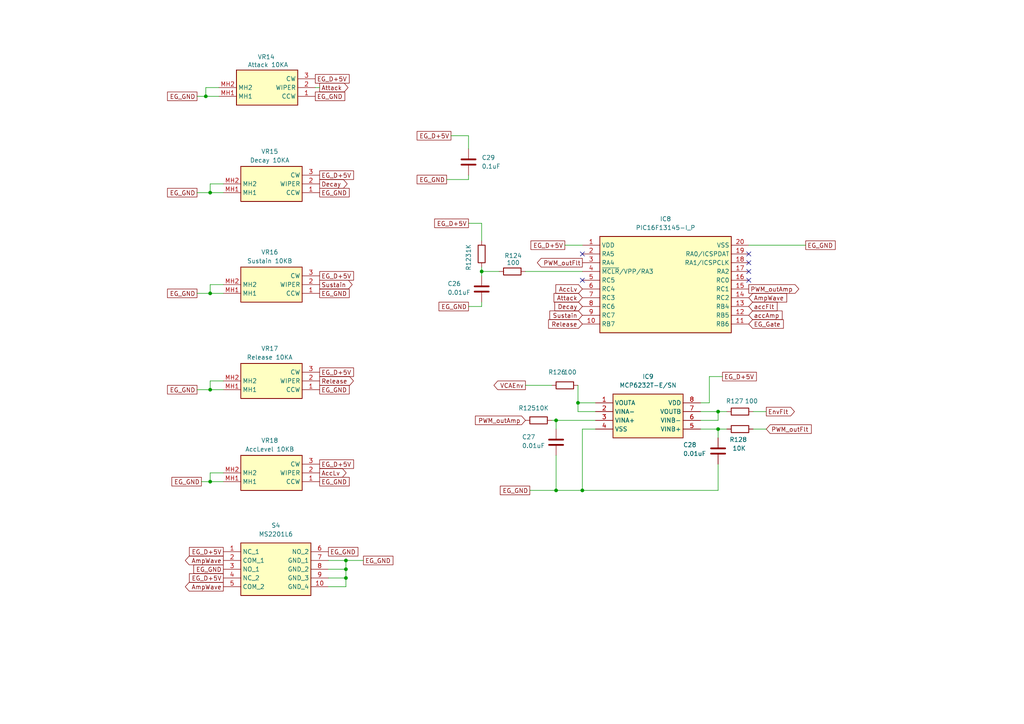
<source format=kicad_sch>
(kicad_sch (version 20250114) (generator "eeschema") (generator_version "9.0")
  (paper "A4")
  (lib_symbols
    (symbol "Device:C" (pin_numbers (hide yes)) (pin_names (offset 0.254))
      (property "Reference" "C" (at 0.635 2.54 0))
      (property "Value" "C" (at 0.635 -2.54 0))
      (symbol "C_0_1"
        (polyline (pts (xy -2.032 0.762) (xy 2.032 0.762)) (stroke (width 0.508)))
        (polyline (pts (xy -2.032 -0.762) (xy 2.032 -0.762)) (stroke (width 0.508)))
      )
      (symbol "C_1_1"
        (pin passive line (at 0 3.81 270) (length 2.794) (name "~") (number "1"))
        (pin passive line (at 0 -3.81 90) (length 2.794) (name "~") (number "2"))
      )
    )
    (symbol "Device:R" (pin_numbers (hide yes)) (pin_names (offset 0))
      (property "Reference" "R" (at 2.032 0 90))
      (property "Value" "R" (at 0 0 90))
      (symbol "R_0_1"
        (rectangle (start -1.016 -2.54) (end 1.016 2.54) (stroke (width 0.254)))
      )
      (symbol "R_1_1"
        (pin passive line (at 0 3.81 270) (length 1.27) (name "~") (number "1"))
        (pin passive line (at 0 -3.81 90) (length 1.27) (name "~") (number "2"))
      )
    )
    (symbol "SamacSys_Parts:MCP6232-E_P"
      (property "Reference" "IC" (at 26.67 7.62 0))
      (property "Value" "MCP6232-E_P" (at 26.67 5.08 0))
      (symbol "MCP6232-E_P_1_1"
        (rectangle (start 5.08 2.54) (end 25.4 -10.16) (stroke (width 0.254)) (fill (type background)))
        (pin passive line (at 0 0 0) (length 5.08) (name "VOUTA") (number "1"))
        (pin passive line (at 0 -2.54 0) (length 5.08) (name "VINA-") (number "2"))
        (pin passive line (at 0 -5.08 0) (length 5.08) (name "VINA+") (number "3"))
        (pin passive line (at 0 -7.62 0) (length 5.08) (name "VSS") (number "4"))
        (pin passive line (at 30.48 0 180) (length 5.08) (name "VDD") (number "8"))
        (pin passive line (at 30.48 -2.54 180) (length 5.08) (name "VOUTB") (number "7"))
        (pin passive line (at 30.48 -5.08 180) (length 5.08) (name "VINB-") (number "6"))
        (pin passive line (at 30.48 -7.62 180) (length 5.08) (name "VINB+") (number "5"))
      )
    )
    (symbol "SamacSys_Parts:MS2201L6"
      (property "Reference" "S" (at 26.67 7.62 0))
      (property "Value" "MS2201L6" (at 26.67 5.08 0))
      (symbol "MS2201L6_1_1"
        (rectangle (start 5.08 2.54) (end 25.4 -12.7) (stroke (width 0.254)) (fill (type background)))
        (pin passive line (at 0 0 0) (length 5.08) (name "NC_1") (number "1"))
        (pin passive line (at 0 -2.54 0) (length 5.08) (name "COM_1") (number "2"))
        (pin passive line (at 0 -5.08 0) (length 5.08) (name "NO_1") (number "3"))
        (pin passive line (at 0 -7.62 0) (length 5.08) (name "NC_2") (number "4"))
        (pin passive line (at 0 -10.16 0) (length 5.08) (name "COM_2") (number "5"))
        (pin passive line (at 30.48 0 180) (length 5.08) (name "NO_2") (number "6"))
        (pin passive line (at 30.48 -2.54 180) (length 5.08) (name "GND_1") (number "7"))
        (pin passive line (at 30.48 -5.08 180) (length 5.08) (name "GND_2") (number "8"))
        (pin passive line (at 30.48 -7.62 180) (length 5.08) (name "GND_3") (number "9"))
        (pin passive line (at 30.48 -10.16 180) (length 5.08) (name "GND_4") (number "10"))
      )
    )
    (symbol "SamacSys_Parts:PIC16F13145-I_P"
      (property "Reference" "IC" (at 44.45 7.62 0))
      (property "Value" "PIC16F13145-I_P" (at 44.45 5.08 0))
      (symbol "PIC16F13145-I_P_1_1"
        (rectangle (start 5.08 2.54) (end 43.18 -25.4) (stroke (width 0.254)) (fill (type background)))
        (pin passive line (at 0 0 0) (length 5.08) (name "VDD") (number "1"))
        (pin passive line (at 0 -2.54 0) (length 5.08) (name "RA5") (number "2"))
        (pin passive line (at 0 -5.08 0) (length 5.08) (name "RA4") (number "3"))
        (pin passive line (at 0 -7.62 0) (length 5.08) (name "~{MCLR}/VPP/RA3") (number "4"))
        (pin passive line (at 0 -10.16 0) (length 5.08) (name "RC5") (number "5"))
        (pin passive line (at 0 -12.7 0) (length 5.08) (name "RC4") (number "6"))
        (pin passive line (at 0 -15.24 0) (length 5.08) (name "RC3") (number "7"))
        (pin passive line (at 0 -17.78 0) (length 5.08) (name "RC6") (number "8"))
        (pin passive line (at 0 -20.32 0) (length 5.08) (name "RC7") (number "9"))
        (pin passive line (at 0 -22.86 0) (length 5.08) (name "RB7") (number "10"))
        (pin passive line (at 48.26 0 180) (length 5.08) (name "VSS") (number "20"))
        (pin passive line (at 48.26 -2.54 180) (length 5.08) (name "RA0/ICSPDAT") (number "19"))
        (pin passive line (at 48.26 -5.08 180) (length 5.08) (name "RA1/ICSPCLK") (number "18"))
        (pin passive line (at 48.26 -7.62 180) (length 5.08) (name "RA2") (number "17"))
        (pin passive line (at 48.26 -10.16 180) (length 5.08) (name "RC0") (number "16"))
        (pin passive line (at 48.26 -12.7 180) (length 5.08) (name "RC1") (number "15"))
        (pin passive line (at 48.26 -15.24 180) (length 5.08) (name "RC2") (number "14"))
        (pin passive line (at 48.26 -17.78 180) (length 5.08) (name "RB4") (number "13"))
        (pin passive line (at 48.26 -20.32 180) (length 5.08) (name "RB5") (number "12"))
        (pin passive line (at 48.26 -22.86 180) (length 5.08) (name "RB6") (number "11"))
      )
    )
    (symbol "SamacSys_Parts:RK09D117000B"
      (property "Reference" "VR" (at 24.13 7.62 0))
      (property "Value" "RK09D117000B" (at 24.13 5.08 0))
      (symbol "RK09D117000B_1_1"
        (rectangle (start 5.08 2.54) (end 22.86 -7.62) (stroke (width 0.254)) (fill (type background)))
        (pin passive line (at 0 0 0) (length 5.08) (name "CCW") (number "1"))
        (pin passive line (at 0 -2.54 0) (length 5.08) (name "WIPER") (number "2"))
        (pin passive line (at 0 -5.08 0) (length 5.08) (name "CW") (number "3"))
        (pin passive line (at 27.94 0 180) (length 5.08) (name "MH1") (number "MH1"))
        (pin passive line (at 27.94 -2.54 180) (length 5.08) (name "MH2") (number "MH2"))
      )
    )
  )
  (junction (at 168.91 142.24))
  (junction (at 161.29 121.92))
  (junction (at 60.96 113.03))
  (junction (at 167.64 116.84))
  (junction (at 60.96 55.88))
  (junction (at 100.33 165.1))
  (junction (at 208.28 124.46))
  (junction (at 60.96 139.7))
  (junction (at 161.29 142.24))
  (junction (at 100.33 162.56))
  (junction (at 60.96 85.09))
  (junction (at 100.33 167.64))
  (junction (at 59.69 27.94))
  (junction (at 208.28 119.38))
  (junction (at 139.7 78.74))
  (no_connect (at 217.17 73.66))
  (no_connect (at 217.17 76.2))
  (no_connect (at 168.91 73.66))
  (no_connect (at 217.17 81.28))
  (no_connect (at 168.91 81.28))
  (no_connect (at 217.17 78.74))
  (wire (pts (xy 172.72 124.46) (xy 168.91 124.46)))
  (wire (pts (xy 139.7 64.77) (xy 139.7 69.85)))
  (wire (pts (xy 64.77 137.16) (xy 60.96 137.16)))
  (wire (pts (xy 161.29 121.92) (xy 172.72 121.92)))
  (wire (pts (xy 100.33 165.1) (xy 100.33 162.56)))
  (wire (pts (xy 208.28 124.46) (xy 210.82 124.46)))
  (wire (pts (xy 60.96 53.34) (xy 60.96 55.88)))
  (wire (pts (xy 208.28 124.46) (xy 208.28 127)))
  (wire (pts (xy 130.81 39.37) (xy 135.89 39.37)))
  (wire (pts (xy 63.5 27.94) (xy 59.69 27.94)))
  (wire (pts (xy 139.7 77.47) (xy 139.7 78.74)))
  (wire (pts (xy 222.25 119.38) (xy 218.44 119.38)))
  (wire (pts (xy 168.91 124.46) (xy 168.91 142.24)))
  (wire (pts (xy 208.28 121.92) (xy 208.28 119.38)))
  (wire (pts (xy 152.4 111.76) (xy 160.02 111.76)))
  (wire (pts (xy 105.41 162.56) (xy 100.33 162.56)))
  (wire (pts (xy 135.89 52.07) (xy 135.89 50.8)))
  (wire (pts (xy 60.96 110.49) (xy 60.96 113.03)))
  (wire (pts (xy 208.28 142.24) (xy 168.91 142.24)))
  (wire (pts (xy 57.15 55.88) (xy 60.96 55.88)))
  (wire (pts (xy 205.74 109.22) (xy 209.55 109.22)))
  (wire (pts (xy 64.77 82.55) (xy 60.96 82.55)))
  (wire (pts (xy 92.71 25.4) (xy 91.44 25.4)))
  (wire (pts (xy 139.7 78.74) (xy 144.78 78.74)))
  (wire (pts (xy 205.74 109.22) (xy 205.74 116.84)))
  (wire (pts (xy 135.89 64.77) (xy 139.7 64.77)))
  (wire (pts (xy 60.96 82.55) (xy 60.96 85.09)))
  (wire (pts (xy 95.25 170.18) (xy 100.33 170.18)))
  (wire (pts (xy 60.96 137.16) (xy 60.96 139.7)))
  (wire (pts (xy 160.02 121.92) (xy 161.29 121.92)))
  (wire (pts (xy 139.7 78.74) (xy 139.7 80.01)))
  (wire (pts (xy 203.2 124.46) (xy 208.28 124.46)))
  (wire (pts (xy 64.77 55.88) (xy 60.96 55.88)))
  (wire (pts (xy 172.72 119.38) (xy 167.64 119.38)))
  (wire (pts (xy 222.25 124.46) (xy 218.44 124.46)))
  (wire (pts (xy 58.42 139.7) (xy 60.96 139.7)))
  (wire (pts (xy 64.77 139.7) (xy 60.96 139.7)))
  (wire (pts (xy 217.17 71.12) (xy 233.68 71.12)))
  (wire (pts (xy 129.54 52.07) (xy 135.89 52.07)))
  (wire (pts (xy 59.69 25.4) (xy 59.69 27.94)))
  (wire (pts (xy 64.77 113.03) (xy 60.96 113.03)))
  (wire (pts (xy 161.29 121.92) (xy 161.29 124.46)))
  (wire (pts (xy 203.2 121.92) (xy 208.28 121.92)))
  (wire (pts (xy 208.28 119.38) (xy 203.2 119.38)))
  (wire (pts (xy 139.7 88.9) (xy 139.7 87.63)))
  (wire (pts (xy 64.77 85.09) (xy 60.96 85.09)))
  (wire (pts (xy 208.28 134.62) (xy 208.28 142.24)))
  (wire (pts (xy 64.77 53.34) (xy 60.96 53.34)))
  (wire (pts (xy 100.33 170.18) (xy 100.33 167.64)))
  (wire (pts (xy 167.64 116.84) (xy 172.72 116.84)))
  (wire (pts (xy 167.64 119.38) (xy 167.64 116.84)))
  (wire (pts (xy 210.82 119.38) (xy 208.28 119.38)))
  (wire (pts (xy 161.29 132.08) (xy 161.29 142.24)))
  (wire (pts (xy 95.25 165.1) (xy 100.33 165.1)))
  (wire (pts (xy 100.33 162.56) (xy 95.25 162.56)))
  (wire (pts (xy 100.33 167.64) (xy 100.33 165.1)))
  (wire (pts (xy 168.91 142.24) (xy 161.29 142.24)))
  (wire (pts (xy 205.74 116.84) (xy 203.2 116.84)))
  (wire (pts (xy 63.5 25.4) (xy 59.69 25.4)))
  (wire (pts (xy 57.15 85.09) (xy 60.96 85.09)))
  (wire (pts (xy 168.91 71.12) (xy 163.83 71.12)))
  (wire (pts (xy 64.77 110.49) (xy 60.96 110.49)))
  (wire (pts (xy 167.64 111.76) (xy 167.64 116.84)))
  (wire (pts (xy 57.15 27.94) (xy 59.69 27.94)))
  (wire (pts (xy 161.29 142.24) (xy 153.67 142.24)))
  (wire (pts (xy 135.89 39.37) (xy 135.89 43.18)))
  (wire (pts (xy 95.25 167.64) (xy 100.33 167.64)))
  (wire (pts (xy 152.4 78.74) (xy 168.91 78.74)))
  (wire (pts (xy 135.89 88.9) (xy 139.7 88.9)))
  (wire (pts (xy 57.15 113.03) (xy 60.96 113.03)))
  (global_label "EG_D+5V" (shape passive) (at 91.44 22.86 0) (property "Intersheetrefs" "${INTERSHEET_REFS}" (effects (hide yes))))
  (global_label "AccLv" (shape output) (at 92.71 137.16 0) (property "Intersheetrefs" "${INTERSHEET_REFS}" (effects (hide yes))))
  (global_label "Release" (shape input) (at 168.91 93.98 180) (property "Intersheetrefs" "${INTERSHEET_REFS}" (effects (hide yes))))
  (global_label "EG_D+5V" (shape passive) (at 92.71 80.01 0) (property "Intersheetrefs" "${INTERSHEET_REFS}" (effects (hide yes))))
  (global_label "PWM_outFlt" (shape input) (at 222.25 124.46 0) (property "Intersheetrefs" "${INTERSHEET_REFS}" (effects (hide yes))))
  (global_label "EG_GND" (shape passive) (at 153.67 142.24 180) (property "Intersheetrefs" "${INTERSHEET_REFS}" (effects (hide yes))))
  (global_label "AmpWave" (shape output) (at 64.77 162.56 180) (property "Intersheetrefs" "${INTERSHEET_REFS}" (effects (hide yes))))
  (global_label "EG_GND" (shape passive) (at 91.44 27.94 0) (property "Intersheetrefs" "${INTERSHEET_REFS}" (effects (hide yes))))
  (global_label "AmpWave" (shape output) (at 64.77 170.18 180) (property "Intersheetrefs" "${INTERSHEET_REFS}" (effects (hide yes))))
  (global_label "EG_GND" (shape passive) (at 57.15 27.94 180) (property "Intersheetrefs" "${INTERSHEET_REFS}" (effects (hide yes))))
  (global_label "EG_GND" (shape passive) (at 129.54 52.07 180) (property "Intersheetrefs" "${INTERSHEET_REFS}" (effects (hide yes))))
  (global_label "EG_D+5V" (shape passive) (at 92.71 107.95 0) (property "Intersheetrefs" "${INTERSHEET_REFS}" (effects (hide yes))))
  (global_label "EnvFlt" (shape output) (at 222.25 119.38 0) (property "Intersheetrefs" "${INTERSHEET_REFS}" (effects (hide yes))))
  (global_label "PWM_outFlt" (shape output) (at 168.91 76.2 180) (property "Intersheetrefs" "${INTERSHEET_REFS}" (effects (hide yes))))
  (global_label "EG_GND" (shape passive) (at 58.42 139.7 180) (property "Intersheetrefs" "${INTERSHEET_REFS}" (effects (hide yes))))
  (global_label "EG_D+5V" (shape passive) (at 163.83 71.12 180) (property "Intersheetrefs" "${INTERSHEET_REFS}" (effects (hide yes))))
  (global_label "EG_GND" (shape passive) (at 57.15 85.09 180) (property "Intersheetrefs" "${INTERSHEET_REFS}" (effects (hide yes))))
  (global_label "EG_D+5V" (shape passive) (at 64.77 160.02 180) (property "Intersheetrefs" "${INTERSHEET_REFS}" (effects (hide yes))))
  (global_label "Sustain" (shape input) (at 168.91 91.44 180) (property "Intersheetrefs" "${INTERSHEET_REFS}" (effects (hide yes))))
  (global_label "EG_GND" (shape passive) (at 92.71 55.88 0) (property "Intersheetrefs" "${INTERSHEET_REFS}" (effects (hide yes))))
  (global_label "EG_D+5V" (shape passive) (at 92.71 134.62 0) (property "Intersheetrefs" "${INTERSHEET_REFS}" (effects (hide yes))))
  (global_label "AmpWave" (shape input) (at 217.17 86.36 0) (property "Intersheetrefs" "${INTERSHEET_REFS}" (effects (hide yes))))
  (global_label "EG_D+5V" (shape passive) (at 130.81 39.37 180) (property "Intersheetrefs" "${INTERSHEET_REFS}" (effects (hide yes))))
  (global_label "EG_D+5V" (shape passive) (at 64.77 167.64 180) (property "Intersheetrefs" "${INTERSHEET_REFS}" (effects (hide yes))))
  (global_label "EG_GND" (shape passive) (at 57.15 55.88 180) (property "Intersheetrefs" "${INTERSHEET_REFS}" (effects (hide yes))))
  (global_label "EG_GND" (shape passive) (at 92.71 139.7 0) (property "Intersheetrefs" "${INTERSHEET_REFS}" (effects (hide yes))))
  (global_label "PWM_outAmp" (shape input) (at 152.4 121.92 180) (property "Intersheetrefs" "${INTERSHEET_REFS}" (effects (hide yes))))
  (global_label "PWM_outAmp" (shape output) (at 217.17 83.82 0) (property "Intersheetrefs" "${INTERSHEET_REFS}" (effects (hide yes))))
  (global_label "EG_GND" (shape passive) (at 92.71 113.03 0) (property "Intersheetrefs" "${INTERSHEET_REFS}" (effects (hide yes))))
  (global_label "EG_GND" (shape passive) (at 95.25 160.02 0) (property "Intersheetrefs" "${INTERSHEET_REFS}" (effects (hide yes))))
  (global_label "accFlt" (shape input) (at 217.17 88.9 0) (property "Intersheetrefs" "${INTERSHEET_REFS}" (effects (hide yes))))
  (global_label "EG_GND" (shape passive) (at 57.15 113.03 180) (property "Intersheetrefs" "${INTERSHEET_REFS}" (effects (hide yes))))
  (global_label "Attack" (shape output) (at 92.71 25.4 0) (property "Intersheetrefs" "${INTERSHEET_REFS}" (effects (hide yes))))
  (global_label "Sustain" (shape output) (at 92.71 82.55 0) (property "Intersheetrefs" "${INTERSHEET_REFS}" (effects (hide yes))))
  (global_label "Decay" (shape output) (at 92.71 53.34 0) (property "Intersheetrefs" "${INTERSHEET_REFS}" (effects (hide yes))))
  (global_label "VCAEnv" (shape output) (at 152.4 111.76 180) (property "Intersheetrefs" "${INTERSHEET_REFS}" (effects (hide yes))))
  (global_label "EG_D+5V" (shape passive) (at 209.55 109.22 0) (property "Intersheetrefs" "${INTERSHEET_REFS}" (effects (hide yes))))
  (global_label "accAmp" (shape input) (at 217.17 91.44 0) (property "Intersheetrefs" "${INTERSHEET_REFS}" (effects (hide yes))))
  (global_label "EG_D+5V" (shape passive) (at 92.71 50.8 0) (property "Intersheetrefs" "${INTERSHEET_REFS}" (effects (hide yes))))
  (global_label "AccLv" (shape input) (at 168.91 83.82 180) (property "Intersheetrefs" "${INTERSHEET_REFS}" (effects (hide yes))))
  (global_label "Release" (shape output) (at 92.71 110.49 0) (property "Intersheetrefs" "${INTERSHEET_REFS}" (effects (hide yes))))
  (global_label "EG_GND" (shape passive) (at 135.89 88.9 180) (property "Intersheetrefs" "${INTERSHEET_REFS}" (effects (hide yes))))
  (global_label "Decay" (shape input) (at 168.91 88.9 180) (property "Intersheetrefs" "${INTERSHEET_REFS}" (effects (hide yes))))
  (global_label "EG_GND" (shape passive) (at 92.71 85.09 0) (property "Intersheetrefs" "${INTERSHEET_REFS}" (effects (hide yes))))
  (global_label "EG_GND" (shape passive) (at 64.77 165.1 180) (property "Intersheetrefs" "${INTERSHEET_REFS}" (effects (hide yes))))
  (global_label "EG_D+5V" (shape passive) (at 135.89 64.77 180) (property "Intersheetrefs" "${INTERSHEET_REFS}" (effects (hide yes))))
  (global_label "EG_GND" (shape passive) (at 105.41 162.56 0) (property "Intersheetrefs" "${INTERSHEET_REFS}" (effects (hide yes))))
  (global_label "EG_Gate" (shape input) (at 217.17 93.98 0) (property "Intersheetrefs" "${INTERSHEET_REFS}" (effects (hide yes))))
  (global_label "Attack" (shape input) (at 168.91 86.36 180) (property "Intersheetrefs" "${INTERSHEET_REFS}" (effects (hide yes))))
  (global_label "EG_GND" (shape passive) (at 233.68 71.12 0) (property "Intersheetrefs" "${INTERSHEET_REFS}" (effects (hide yes))))
  (symbol (lib_id "SamacSys_Parts:RK09D117000B") (at 92.71 55.88 180) (unit 1)
    (property "Reference" "VR15" (at 78.232 43.942 0))
    (property "Value" "Decay 10KA" (at 78.232 46.482 0))
    (property "Footprint" "SamacSys_parts:RK09D117000B" (effects (hide yes)))
    (property "Datasheet" "https://tech.alpsalpine.com/prod/j/html/potentiometer/rotarypotentiometers/rk09k/rk09d117000b.html" (effects (hide yes)))
    (property "Description" "9-inch insulated shaft snap-in type RK09K/RK09D series" (effects (hide yes)))
    (property "Height" "30" (effects (hide yes)))
    (property "Manufacturer_Name" "ALPS Electric" (effects (hide yes)))
    (property "Manufacturer_Part_Number" "RK09D117000B" (effects (hide yes)))
    (property "Mouser Part Number" "688-RK09D117000B" (effects (hide yes)))
    (property "Mouser Price/Stock" "https://www.mouser.co.uk/ProductDetail/Alps-Alpine/RK09D117000B?qs=3cOf6TWd2rbc67829PEbEQ%3D%3D" (effects (hide yes)))
  )
  (symbol (lib_id "Device:C") (at 135.89 46.99 0) (unit 1)
    (property "Reference" "C29" (at 139.7 45.7199 0) (effects (justify left)))
    (property "Value" "0.1uF" (at 139.7 48.2599 0) (effects (justify left)))
    (property "Footprint" "Capacitor_SMD:C_0805_2012Metric_Pad1.18x1.45mm_HandSolder" (effects (hide yes)))
    (property "Description" "Unpolarized capacitor" (effects (hide yes)))
  )
  (symbol (lib_id "SamacSys_Parts:MCP6232-E_P") (at 172.72 116.84 0) (unit 1)
    (property "Reference" "IC9" (at 187.96 109.22 0))
    (property "Value" "MCP6232T-E/SN" (at 187.96 111.76 0))
    (property "Footprint" "Package_SO:SOIC-8_3.9x4.9mm_P1.27mm" (effects (hide yes)))
    (property "Datasheet" "https://datasheet.datasheetarchive.com/originals/dk/DKDS41/DSANUWW0026474.pdf" (effects (hide yes)))
    (property "Description" "Microchip MCP6232-E/P, Dual Op Amp, 0.3MHz CMOS, Rail to Rail, 3 V, 5 V, 8-Pin PDIP" (effects (hide yes)))
    (property "Height" "5.334" (effects (hide yes)))
    (property "Manufacturer_Name" "Microchip" (effects (hide yes)))
    (property "Manufacturer_Part_Number" "MCP6232-E/P" (effects (hide yes)))
    (property "Mouser Part Number" "579-MCP6232-E/P" (effects (hide yes)))
    (property "Mouser Price/Stock" "https://www.mouser.co.uk/ProductDetail/Microchip-Technology-Atmel/MCP6232-E-P?qs=YUl711QUJY1BDhCAUqTrLQ%3D%3D" (effects (hide yes)))
    (property "Arrow Part Number" "MCP6232-E/P" (effects (hide yes)))
    (property "Arrow Price/Stock" "https://www.arrow.com/en/products/mcp6232-ep/microchip-technology?region=nac" (effects (hide yes)))
  )
  (symbol (lib_id "Device:C") (at 139.7 83.82 0) (unit 1)
    (property "Reference" "C26" (at 129.794 82.296 0) (effects (justify left)))
    (property "Value" "0.01uF" (at 129.794 84.836 0) (effects (justify left)))
    (property "Footprint" "Capacitor_THT:C_Disc_D4.3mm_W1.9mm_P5.00mm" (effects (hide yes)))
    (property "Description" "Unpolarized capacitor" (effects (hide yes)))
  )
  (symbol (lib_id "Device:C") (at 161.29 128.27 0) (unit 1)
    (property "Reference" "C27" (at 151.384 126.746 0) (effects (justify left)))
    (property "Value" "0.01uF" (at 151.384 129.286 0) (effects (justify left)))
    (property "Footprint" "Capacitor_THT:C_Disc_D4.3mm_W1.9mm_P5.00mm" (effects (hide yes)))
    (property "Description" "Unpolarized capacitor" (effects (hide yes)))
  )
  (symbol (lib_id "Device:R") (at 139.7 73.66 0) (unit 1)
    (property "Reference" "R123" (at 135.89 75.946 90))
    (property "Value" "1K" (at 135.89 72.136 90))
    (property "Footprint" "Resistor_THT:R_Axial_DIN0204_L3.6mm_D1.6mm_P2.54mm_Vertical" (effects (hide yes)))
    (property "Description" "Resistor" (effects (hide yes)))
  )
  (symbol (lib_id "Device:R") (at 163.83 111.76 270) (unit 1)
    (property "Reference" "R126" (at 161.544 107.95 90))
    (property "Value" "100" (at 165.354 107.95 90))
    (property "Footprint" "Resistor_THT:R_Axial_DIN0204_L3.6mm_D1.6mm_P2.54mm_Vertical" (effects (hide yes)))
    (property "Description" "Resistor" (effects (hide yes)))
  )
  (symbol (lib_id "SamacSys_Parts:PIC16F13145-I_P") (at 168.91 71.12 0) (unit 1)
    (property "Reference" "IC8" (at 193.04 63.5 0))
    (property "Value" "PIC16F13145-I_P" (at 193.04 66.04 0))
    (property "Footprint" "SamacSys_parts:DIP794W56P254L2591H533Q20N" (effects (hide yes)))
    (property "Datasheet" "https://www.mouser.com/datasheet/2/268/PIC16F13145_Family_Microcontroller_Data_Sheet_DS40-3400619.pdf" (effects (hide yes)))
    (property "Description" "8-bit Microcontrollers - MCU 14KB Flash, 1024B RAM, 10b ADC, 8b DAC, CLB, CLC, 2x PWM, 2x CCP, HLT, WWDT," (effects (hide yes)))
    (property "Height" "5.334" (effects (hide yes)))
    (property "Manufacturer_Name" "Microchip" (effects (hide yes)))
    (property "Manufacturer_Part_Number" "PIC16F13145-I/P" (effects (hide yes)))
    (property "Mouser Part Number" "579-PIC16F13145-I/P" (effects (hide yes)))
    (property "Mouser Price/Stock" "https://www.mouser.co.uk/ProductDetail/Microchip-Technology/PIC16F13145-I-P?qs=mELouGlnn3dXxZh9BC%252BU6A%3D%3D" (effects (hide yes)))
  )
  (symbol (lib_id "SamacSys_Parts:RK09D117000B") (at 91.44 27.94 180) (unit 1)
    (property "Reference" "VR14" (at 77.216 16.51 0))
    (property "Value" "Attack 10KA" (at 77.724 18.796 0))
    (property "Footprint" "SamacSys_parts:RK09D117000B" (effects (hide yes)))
    (property "Datasheet" "https://tech.alpsalpine.com/prod/j/html/potentiometer/rotarypotentiometers/rk09k/rk09d117000b.html" (effects (hide yes)))
    (property "Description" "9-inch insulated shaft snap-in type RK09K/RK09D series" (effects (hide yes)))
    (property "Height" "30" (effects (hide yes)))
    (property "Manufacturer_Name" "ALPS Electric" (effects (hide yes)))
    (property "Manufacturer_Part_Number" "RK09D117000B" (effects (hide yes)))
    (property "Mouser Part Number" "688-RK09D117000B" (effects (hide yes)))
    (property "Mouser Price/Stock" "https://www.mouser.co.uk/ProductDetail/Alps-Alpine/RK09D117000B?qs=3cOf6TWd2rbc67829PEbEQ%3D%3D" (effects (hide yes)))
  )
  (symbol (lib_id "Device:R") (at 148.59 78.74 270) (unit 1)
    (property "Reference" "R124" (at 148.844 74.168 90))
    (property "Value" "100" (at 148.844 76.2 90))
    (property "Footprint" "Resistor_THT:R_Axial_DIN0204_L3.6mm_D1.6mm_P2.54mm_Vertical" (effects (hide yes)))
    (property "Description" "Resistor" (effects (hide yes)))
  )
  (symbol (lib_id "Device:R") (at 214.63 119.38 270) (unit 1)
    (property "Reference" "R127" (at 213.106 116.332 90))
    (property "Value" "100" (at 217.932 116.332 90))
    (property "Footprint" "Resistor_THT:R_Axial_DIN0204_L3.6mm_D1.6mm_P2.54mm_Vertical" (effects (hide yes)))
    (property "Description" "Resistor" (effects (hide yes)))
  )
  (symbol (lib_id "SamacSys_Parts:MS2201L6") (at 64.77 160.02 0) (unit 1)
    (property "Reference" "S4" (at 80.01 152.4 0))
    (property "Value" "MS2201L6" (at 80.01 154.94 0))
    (property "Footprint" "SamacSys_parts:MS2201L6" (effects (hide yes)))
    (property "Datasheet" "https://www.citrelay.com/Catalog%20Pages/SwitchCatalog/MS2201.pdf" (effects (hide yes)))
    (property "Description" "SLIDE SWITCH DPDT 200MA 30VDC" (effects (hide yes)))
    (property "Height" "14.1" (effects (hide yes)))
    (property "Manufacturer_Name" "CIT Relay & Switch" (effects (hide yes)))
    (property "Manufacturer_Part_Number" "MS2201L6" (effects (hide yes)))
  )
  (symbol (lib_id "Device:C") (at 208.28 130.81 0) (unit 1)
    (property "Reference" "C28" (at 198.12 129.032 0) (effects (justify left)))
    (property "Value" "0.01uF" (at 198.12 131.572 0) (effects (justify left)))
    (property "Footprint" "Capacitor_THT:C_Disc_D4.3mm_W1.9mm_P5.00mm" (effects (hide yes)))
    (property "Description" "Unpolarized capacitor" (effects (hide yes)))
  )
  (symbol (lib_id "SamacSys_Parts:RK09D117000B") (at 92.71 139.7 180) (unit 1)
    (property "Reference" "VR18" (at 78.232 127.762 0))
    (property "Value" "AccLevel 10KB" (at 78.232 130.302 0))
    (property "Footprint" "SamacSys_parts:RK09D117000B" (effects (hide yes)))
    (property "Datasheet" "https://tech.alpsalpine.com/prod/j/html/potentiometer/rotarypotentiometers/rk09k/rk09d117000b.html" (effects (hide yes)))
    (property "Description" "9-inch insulated shaft snap-in type RK09K/RK09D series" (effects (hide yes)))
    (property "Height" "30" (effects (hide yes)))
    (property "Manufacturer_Name" "ALPS Electric" (effects (hide yes)))
    (property "Manufacturer_Part_Number" "RK09D117000B" (effects (hide yes)))
    (property "Mouser Part Number" "688-RK09D117000B" (effects (hide yes)))
    (property "Mouser Price/Stock" "https://www.mouser.co.uk/ProductDetail/Alps-Alpine/RK09D117000B?qs=3cOf6TWd2rbc67829PEbEQ%3D%3D" (effects (hide yes)))
  )
  (symbol (lib_id "Device:R") (at 156.21 121.92 90) (unit 1)
    (property "Reference" "R125" (at 152.908 118.364 90))
    (property "Value" "10K" (at 157.226 118.364 90))
    (property "Footprint" "Resistor_THT:R_Axial_DIN0204_L3.6mm_D1.6mm_P2.54mm_Vertical" (effects (hide yes)))
    (property "Description" "Resistor" (effects (hide yes)))
  )
  (symbol (lib_id "Device:R") (at 214.63 124.46 90) (unit 1)
    (property "Reference" "R128" (at 214.122 127.508 90))
    (property "Value" "10K" (at 214.376 130.048 90))
    (property "Footprint" "Resistor_THT:R_Axial_DIN0204_L3.6mm_D1.6mm_P2.54mm_Vertical" (effects (hide yes)))
    (property "Description" "Resistor" (effects (hide yes)))
  )
  (symbol (lib_id "SamacSys_Parts:RK09D117000B") (at 92.71 113.03 180) (unit 1)
    (property "Reference" "VR17" (at 78.232 101.092 0))
    (property "Value" "Release 10KA" (at 78.232 103.632 0))
    (property "Footprint" "SamacSys_parts:RK09D117000B" (effects (hide yes)))
    (property "Datasheet" "https://tech.alpsalpine.com/prod/j/html/potentiometer/rotarypotentiometers/rk09k/rk09d117000b.html" (effects (hide yes)))
    (property "Description" "9-inch insulated shaft snap-in type RK09K/RK09D series" (effects (hide yes)))
    (property "Height" "30" (effects (hide yes)))
    (property "Manufacturer_Name" "ALPS Electric" (effects (hide yes)))
    (property "Manufacturer_Part_Number" "RK09D117000B" (effects (hide yes)))
    (property "Mouser Part Number" "688-RK09D117000B" (effects (hide yes)))
    (property "Mouser Price/Stock" "https://www.mouser.co.uk/ProductDetail/Alps-Alpine/RK09D117000B?qs=3cOf6TWd2rbc67829PEbEQ%3D%3D" (effects (hide yes)))
  )
  (symbol (lib_id "SamacSys_Parts:RK09D117000B") (at 92.71 85.09 180) (unit 1)
    (property "Reference" "VR16" (at 78.232 73.152 0))
    (property "Value" "Sustain 10KB" (at 78.232 75.692 0))
    (property "Footprint" "SamacSys_parts:RK09D117000B" (effects (hide yes)))
    (property "Datasheet" "https://tech.alpsalpine.com/prod/j/html/potentiometer/rotarypotentiometers/rk09k/rk09d117000b.html" (effects (hide yes)))
    (property "Description" "9-inch insulated shaft snap-in type RK09K/RK09D series" (effects (hide yes)))
    (property "Height" "30" (effects (hide yes)))
    (property "Manufacturer_Name" "ALPS Electric" (effects (hide yes)))
    (property "Manufacturer_Part_Number" "RK09D117000B" (effects (hide yes)))
    (property "Mouser Part Number" "688-RK09D117000B" (effects (hide yes)))
    (property "Mouser Price/Stock" "https://www.mouser.co.uk/ProductDetail/Alps-Alpine/RK09D117000B?qs=3cOf6TWd2rbc67829PEbEQ%3D%3D" (effects (hide yes)))
  )
)
</source>
